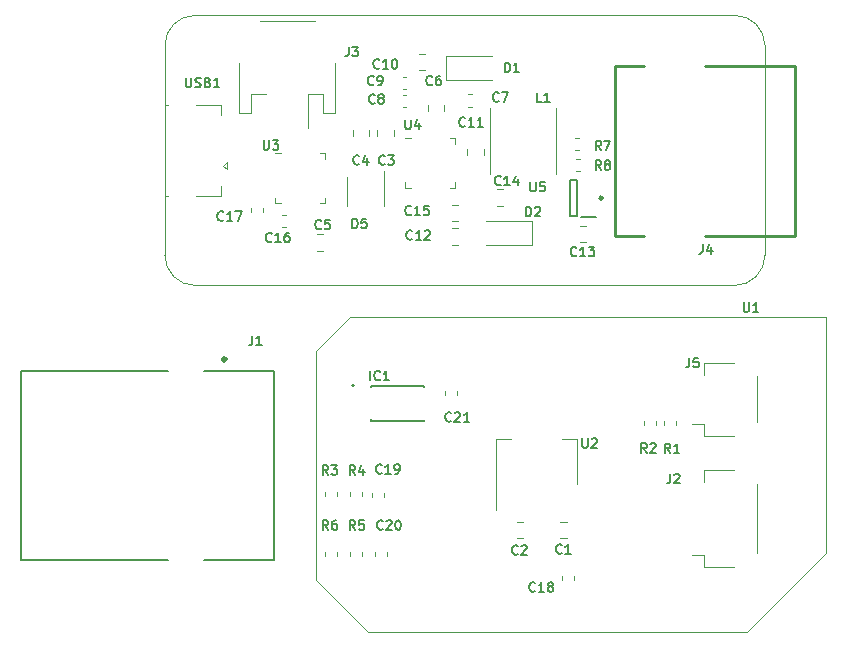
<source format=gto>
G04 #@! TF.GenerationSoftware,KiCad,Pcbnew,(5.1.5)-3*
G04 #@! TF.CreationDate,2020-04-21T19:07:54+10:00*
G04 #@! TF.ProjectId,Onion_Feather,4f6e696f-6e5f-4466-9561-746865722e6b,rev?*
G04 #@! TF.SameCoordinates,Original*
G04 #@! TF.FileFunction,Legend,Top*
G04 #@! TF.FilePolarity,Positive*
%FSLAX46Y46*%
G04 Gerber Fmt 4.6, Leading zero omitted, Abs format (unit mm)*
G04 Created by KiCad (PCBNEW (5.1.5)-3) date 2020-04-21 19:07:54*
%MOMM*%
%LPD*%
G04 APERTURE LIST*
%ADD10C,0.120000*%
%ADD11C,0.254000*%
%ADD12C,0.300000*%
%ADD13C,0.127000*%
%ADD14C,0.100000*%
%ADD15C,0.200000*%
G04 APERTURE END LIST*
D10*
X124090000Y-77287221D02*
X124090000Y-77612779D01*
X125110000Y-77287221D02*
X125110000Y-77612779D01*
X127062779Y-77840000D02*
X126737221Y-77840000D01*
X127062779Y-78860000D02*
X126737221Y-78860000D01*
X149974000Y-68786000D02*
X149974000Y-74374000D01*
X144386000Y-74374000D02*
X144386000Y-68786000D01*
X140650000Y-64400000D02*
X144550000Y-64400000D01*
X140650000Y-66400000D02*
X144550000Y-66400000D01*
X140650000Y-64400000D02*
X140650000Y-66400000D01*
X141141422Y-78410000D02*
X141658578Y-78410000D01*
X141141422Y-76990000D02*
X141658578Y-76990000D01*
X144941422Y-77110000D02*
X145458578Y-77110000D01*
X144941422Y-75690000D02*
X145458578Y-75690000D01*
X151981422Y-80180000D02*
X152498578Y-80180000D01*
X151981422Y-78760000D02*
X152498578Y-78760000D01*
X141141422Y-80410000D02*
X141658578Y-80410000D01*
X141141422Y-78990000D02*
X141658578Y-78990000D01*
X143845000Y-72778578D02*
X143845000Y-72261422D01*
X142425000Y-72778578D02*
X142425000Y-72261422D01*
X138341422Y-65610000D02*
X138858578Y-65610000D01*
X138341422Y-64190000D02*
X138858578Y-64190000D01*
X136967221Y-67160000D02*
X137292779Y-67160000D01*
X136967221Y-66140000D02*
X137292779Y-66140000D01*
X136967221Y-68760000D02*
X137292779Y-68760000D01*
X136967221Y-67740000D02*
X137292779Y-67740000D01*
X142847779Y-67660000D02*
X142522221Y-67660000D01*
X142847779Y-68680000D02*
X142522221Y-68680000D01*
X140510000Y-69058578D02*
X140510000Y-68541422D01*
X139090000Y-69058578D02*
X139090000Y-68541422D01*
X129681422Y-80890000D02*
X130198578Y-80890000D01*
X129681422Y-79470000D02*
X130198578Y-79470000D01*
X134160000Y-71198578D02*
X134160000Y-70681422D01*
X132740000Y-71198578D02*
X132740000Y-70681422D01*
X136230000Y-71158578D02*
X136230000Y-70641422D01*
X134810000Y-71158578D02*
X134810000Y-70641422D01*
X137675000Y-71335000D02*
X137200000Y-71335000D01*
X141420000Y-75555000D02*
X141420000Y-75080000D01*
X140945000Y-75555000D02*
X141420000Y-75555000D01*
X137200000Y-75555000D02*
X137200000Y-75080000D01*
X137675000Y-75555000D02*
X137200000Y-75555000D01*
X141420000Y-71335000D02*
X141420000Y-71810000D01*
X140945000Y-71335000D02*
X141420000Y-71335000D01*
X144880000Y-102858000D02*
X144880000Y-96848000D01*
X151700000Y-100608000D02*
X151700000Y-96848000D01*
X144880000Y-96848000D02*
X146140000Y-96848000D01*
X151700000Y-96848000D02*
X150440000Y-96848000D01*
X157390000Y-95337221D02*
X157390000Y-95662779D01*
X158410000Y-95337221D02*
X158410000Y-95662779D01*
X159090000Y-95337221D02*
X159090000Y-95662779D01*
X160110000Y-95337221D02*
X160110000Y-95662779D01*
X166959500Y-106508500D02*
X166959500Y-100628500D01*
X162489500Y-99458500D02*
X162489500Y-100508500D01*
X164989500Y-99458500D02*
X162489500Y-99458500D01*
X162489500Y-106628500D02*
X161499500Y-106628500D01*
X162489500Y-107678500D02*
X162489500Y-106628500D01*
X164989500Y-107678500D02*
X162489500Y-107678500D01*
X129530500Y-61403000D02*
X124850500Y-61403000D01*
X124150500Y-67623000D02*
X125430500Y-67623000D01*
X124150500Y-69223000D02*
X124150500Y-67623000D01*
X123130500Y-69223000D02*
X124150500Y-69223000D01*
X123130500Y-64973000D02*
X123130500Y-69223000D01*
X128950500Y-67623000D02*
X128950500Y-70513000D01*
X130230500Y-67623000D02*
X128950500Y-67623000D01*
X130230500Y-69223000D02*
X130230500Y-67623000D01*
X131250500Y-69223000D02*
X130230500Y-69223000D01*
X131250500Y-64973000D02*
X131250500Y-69223000D01*
X117100500Y-68520000D02*
X116850500Y-68520000D01*
X117100500Y-76260000D02*
X116850500Y-76260000D01*
X121570500Y-75390000D02*
X121570500Y-76260000D01*
X121570500Y-68520000D02*
X119500500Y-68520000D01*
X121570500Y-76260000D02*
X119500500Y-76260000D01*
X121570500Y-68520000D02*
X121570500Y-69390000D01*
X121800500Y-73690000D02*
X122100500Y-73390000D01*
X121800500Y-73690000D02*
X122100500Y-73990000D01*
X122100500Y-73390000D02*
X122100500Y-73990000D01*
D11*
X153911340Y-76435000D02*
G75*
G03X153911340Y-76435000I-143340J0D01*
G01*
X170180000Y-79629000D02*
X162550000Y-79629000D01*
X170180000Y-65229000D02*
X162550000Y-65229000D01*
X170180000Y-79629000D02*
X170180000Y-65229000D01*
X154920000Y-79629000D02*
X157398000Y-79629000D01*
X154920000Y-65229000D02*
X157398000Y-65229000D01*
X154920000Y-79629000D02*
X154920000Y-65229000D01*
D10*
X126665000Y-72640000D02*
X126190000Y-72640000D01*
X130410000Y-76860000D02*
X130410000Y-76385000D01*
X129935000Y-76860000D02*
X130410000Y-76860000D01*
X126190000Y-76860000D02*
X126190000Y-76385000D01*
X126665000Y-76860000D02*
X126190000Y-76860000D01*
X130410000Y-72640000D02*
X130410000Y-73115000D01*
X129935000Y-72640000D02*
X130410000Y-72640000D01*
X146619422Y-105234000D02*
X147136578Y-105234000D01*
X146619422Y-103814000D02*
X147136578Y-103814000D01*
X150843578Y-103814000D02*
X150326422Y-103814000D01*
X150843578Y-105234000D02*
X150326422Y-105234000D01*
X166959500Y-95412000D02*
X166959500Y-91532000D01*
X162489500Y-90362000D02*
X162489500Y-91412000D01*
X164989500Y-90362000D02*
X162489500Y-90362000D01*
X162489500Y-95532000D02*
X161499500Y-95532000D01*
X162489500Y-96582000D02*
X162489500Y-95532000D01*
X164989500Y-96582000D02*
X162489500Y-96582000D01*
D12*
X122020000Y-90060000D02*
G75*
G03X122020000Y-90060000I-150000J0D01*
G01*
D13*
X120170000Y-91060000D02*
X126050000Y-91060000D01*
X104650000Y-91060000D02*
X117070000Y-91060000D01*
X120170000Y-107060000D02*
X126050000Y-107060000D01*
X104650000Y-107060000D02*
X117070000Y-107060000D01*
X104650000Y-91060000D02*
X104650000Y-107060000D01*
X126050000Y-91060000D02*
X126050000Y-107060000D01*
D10*
X132550000Y-86505000D02*
X129675000Y-89380000D01*
X172825000Y-86505000D02*
X132550000Y-86505000D01*
X172825000Y-106480000D02*
X172825000Y-86505000D01*
X166150000Y-113155000D02*
X172825000Y-106480000D01*
X134050000Y-113155000D02*
X166150000Y-113155000D01*
X129675000Y-108780000D02*
X134050000Y-113155000D01*
X129675000Y-89380000D02*
X129675000Y-108780000D01*
D14*
X116840000Y-81280000D02*
G75*
G03X119380000Y-83820000I2540000J0D01*
G01*
X119380000Y-60960000D02*
G75*
G03X116840000Y-63500000I0J-2540000D01*
G01*
X167640000Y-63500000D02*
G75*
G03X165100000Y-60960000I-2540000J0D01*
G01*
X165100000Y-83820000D02*
G75*
G03X167640000Y-81280000I0J2540000D01*
G01*
X116840000Y-63500000D02*
X116840000Y-81280000D01*
X165100000Y-60960000D02*
X119380000Y-60960000D01*
X167640000Y-81280000D02*
X167640000Y-63500000D01*
X119380000Y-83820000D02*
X165100000Y-83820000D01*
D10*
X150490000Y-108762779D02*
X150490000Y-108437221D01*
X151510000Y-108762779D02*
X151510000Y-108437221D01*
X135410000Y-101762779D02*
X135410000Y-101437221D01*
X134390000Y-101762779D02*
X134390000Y-101437221D01*
X135610000Y-106437221D02*
X135610000Y-106762779D01*
X134590000Y-106437221D02*
X134590000Y-106762779D01*
X140542000Y-92742221D02*
X140542000Y-93067779D01*
X141562000Y-92742221D02*
X141562000Y-93067779D01*
D15*
X132880000Y-92300000D02*
G75*
G03X132880000Y-92300000I-100000J0D01*
G01*
D13*
X138800000Y-95300000D02*
X138800000Y-95200000D01*
X134300000Y-95300000D02*
X138800000Y-95300000D01*
X134300000Y-95100000D02*
X134300000Y-95300000D01*
X138800000Y-92300000D02*
X138800000Y-92400000D01*
X134300000Y-92300000D02*
X138800000Y-92300000D01*
X134300000Y-92400000D02*
X134300000Y-92300000D01*
D10*
X131410000Y-101662779D02*
X131410000Y-101337221D01*
X130390000Y-101662779D02*
X130390000Y-101337221D01*
X132490000Y-101662779D02*
X132490000Y-101337221D01*
X133510000Y-101662779D02*
X133510000Y-101337221D01*
X132490000Y-106437221D02*
X132490000Y-106762779D01*
X133510000Y-106437221D02*
X133510000Y-106762779D01*
X131410000Y-106437221D02*
X131410000Y-106762779D01*
X130390000Y-106437221D02*
X130390000Y-106762779D01*
X132250000Y-74673000D02*
X132250000Y-77073000D01*
X135350000Y-77073000D02*
X135350000Y-74123000D01*
X151597221Y-71380000D02*
X151922779Y-71380000D01*
X151597221Y-72400000D02*
X151922779Y-72400000D01*
X151637221Y-74140000D02*
X151962779Y-74140000D01*
X151637221Y-73120000D02*
X151962779Y-73120000D01*
D15*
X151705000Y-77930000D02*
X151155000Y-77930000D01*
X151155000Y-77930000D02*
X151155000Y-74930000D01*
X151155000Y-74930000D02*
X151705000Y-74930000D01*
X151705000Y-74930000D02*
X151705000Y-77930000D01*
X153305000Y-78030000D02*
X152055000Y-78030000D01*
D10*
X147950000Y-80400000D02*
X147950000Y-78400000D01*
X147950000Y-78400000D02*
X144050000Y-78400000D01*
X147950000Y-80400000D02*
X144050000Y-80400000D01*
D15*
X121785714Y-78285714D02*
X121747619Y-78323809D01*
X121633333Y-78361904D01*
X121557142Y-78361904D01*
X121442857Y-78323809D01*
X121366666Y-78247619D01*
X121328571Y-78171428D01*
X121290476Y-78019047D01*
X121290476Y-77904761D01*
X121328571Y-77752380D01*
X121366666Y-77676190D01*
X121442857Y-77600000D01*
X121557142Y-77561904D01*
X121633333Y-77561904D01*
X121747619Y-77600000D01*
X121785714Y-77638095D01*
X122547619Y-78361904D02*
X122090476Y-78361904D01*
X122319047Y-78361904D02*
X122319047Y-77561904D01*
X122242857Y-77676190D01*
X122166666Y-77752380D01*
X122090476Y-77790476D01*
X122814285Y-77561904D02*
X123347619Y-77561904D01*
X123004761Y-78361904D01*
X125885714Y-80085714D02*
X125847619Y-80123809D01*
X125733333Y-80161904D01*
X125657142Y-80161904D01*
X125542857Y-80123809D01*
X125466666Y-80047619D01*
X125428571Y-79971428D01*
X125390476Y-79819047D01*
X125390476Y-79704761D01*
X125428571Y-79552380D01*
X125466666Y-79476190D01*
X125542857Y-79400000D01*
X125657142Y-79361904D01*
X125733333Y-79361904D01*
X125847619Y-79400000D01*
X125885714Y-79438095D01*
X126647619Y-80161904D02*
X126190476Y-80161904D01*
X126419047Y-80161904D02*
X126419047Y-79361904D01*
X126342857Y-79476190D01*
X126266666Y-79552380D01*
X126190476Y-79590476D01*
X127333333Y-79361904D02*
X127180952Y-79361904D01*
X127104761Y-79400000D01*
X127066666Y-79438095D01*
X126990476Y-79552380D01*
X126952380Y-79704761D01*
X126952380Y-80009523D01*
X126990476Y-80085714D01*
X127028571Y-80123809D01*
X127104761Y-80161904D01*
X127257142Y-80161904D01*
X127333333Y-80123809D01*
X127371428Y-80085714D01*
X127409523Y-80009523D01*
X127409523Y-79819047D01*
X127371428Y-79742857D01*
X127333333Y-79704761D01*
X127257142Y-79666666D01*
X127104761Y-79666666D01*
X127028571Y-79704761D01*
X126990476Y-79742857D01*
X126952380Y-79819047D01*
X148736666Y-68311904D02*
X148355714Y-68311904D01*
X148355714Y-67511904D01*
X149422380Y-68311904D02*
X148965238Y-68311904D01*
X149193809Y-68311904D02*
X149193809Y-67511904D01*
X149117619Y-67626190D01*
X149041428Y-67702380D01*
X148965238Y-67740476D01*
X145609523Y-65761904D02*
X145609523Y-64961904D01*
X145800000Y-64961904D01*
X145914285Y-65000000D01*
X145990476Y-65076190D01*
X146028571Y-65152380D01*
X146066666Y-65304761D01*
X146066666Y-65419047D01*
X146028571Y-65571428D01*
X145990476Y-65647619D01*
X145914285Y-65723809D01*
X145800000Y-65761904D01*
X145609523Y-65761904D01*
X146828571Y-65761904D02*
X146371428Y-65761904D01*
X146600000Y-65761904D02*
X146600000Y-64961904D01*
X146523809Y-65076190D01*
X146447619Y-65152380D01*
X146371428Y-65190476D01*
X137685714Y-77785714D02*
X137647619Y-77823809D01*
X137533333Y-77861904D01*
X137457142Y-77861904D01*
X137342857Y-77823809D01*
X137266666Y-77747619D01*
X137228571Y-77671428D01*
X137190476Y-77519047D01*
X137190476Y-77404761D01*
X137228571Y-77252380D01*
X137266666Y-77176190D01*
X137342857Y-77100000D01*
X137457142Y-77061904D01*
X137533333Y-77061904D01*
X137647619Y-77100000D01*
X137685714Y-77138095D01*
X138447619Y-77861904D02*
X137990476Y-77861904D01*
X138219047Y-77861904D02*
X138219047Y-77061904D01*
X138142857Y-77176190D01*
X138066666Y-77252380D01*
X137990476Y-77290476D01*
X139171428Y-77061904D02*
X138790476Y-77061904D01*
X138752380Y-77442857D01*
X138790476Y-77404761D01*
X138866666Y-77366666D01*
X139057142Y-77366666D01*
X139133333Y-77404761D01*
X139171428Y-77442857D01*
X139209523Y-77519047D01*
X139209523Y-77709523D01*
X139171428Y-77785714D01*
X139133333Y-77823809D01*
X139057142Y-77861904D01*
X138866666Y-77861904D01*
X138790476Y-77823809D01*
X138752380Y-77785714D01*
X145285714Y-75285714D02*
X145247619Y-75323809D01*
X145133333Y-75361904D01*
X145057142Y-75361904D01*
X144942857Y-75323809D01*
X144866666Y-75247619D01*
X144828571Y-75171428D01*
X144790476Y-75019047D01*
X144790476Y-74904761D01*
X144828571Y-74752380D01*
X144866666Y-74676190D01*
X144942857Y-74600000D01*
X145057142Y-74561904D01*
X145133333Y-74561904D01*
X145247619Y-74600000D01*
X145285714Y-74638095D01*
X146047619Y-75361904D02*
X145590476Y-75361904D01*
X145819047Y-75361904D02*
X145819047Y-74561904D01*
X145742857Y-74676190D01*
X145666666Y-74752380D01*
X145590476Y-74790476D01*
X146733333Y-74828571D02*
X146733333Y-75361904D01*
X146542857Y-74523809D02*
X146352380Y-75095238D01*
X146847619Y-75095238D01*
X151685714Y-81285714D02*
X151647619Y-81323809D01*
X151533333Y-81361904D01*
X151457142Y-81361904D01*
X151342857Y-81323809D01*
X151266666Y-81247619D01*
X151228571Y-81171428D01*
X151190476Y-81019047D01*
X151190476Y-80904761D01*
X151228571Y-80752380D01*
X151266666Y-80676190D01*
X151342857Y-80600000D01*
X151457142Y-80561904D01*
X151533333Y-80561904D01*
X151647619Y-80600000D01*
X151685714Y-80638095D01*
X152447619Y-81361904D02*
X151990476Y-81361904D01*
X152219047Y-81361904D02*
X152219047Y-80561904D01*
X152142857Y-80676190D01*
X152066666Y-80752380D01*
X151990476Y-80790476D01*
X152714285Y-80561904D02*
X153209523Y-80561904D01*
X152942857Y-80866666D01*
X153057142Y-80866666D01*
X153133333Y-80904761D01*
X153171428Y-80942857D01*
X153209523Y-81019047D01*
X153209523Y-81209523D01*
X153171428Y-81285714D01*
X153133333Y-81323809D01*
X153057142Y-81361904D01*
X152828571Y-81361904D01*
X152752380Y-81323809D01*
X152714285Y-81285714D01*
X137785714Y-79885714D02*
X137747619Y-79923809D01*
X137633333Y-79961904D01*
X137557142Y-79961904D01*
X137442857Y-79923809D01*
X137366666Y-79847619D01*
X137328571Y-79771428D01*
X137290476Y-79619047D01*
X137290476Y-79504761D01*
X137328571Y-79352380D01*
X137366666Y-79276190D01*
X137442857Y-79200000D01*
X137557142Y-79161904D01*
X137633333Y-79161904D01*
X137747619Y-79200000D01*
X137785714Y-79238095D01*
X138547619Y-79961904D02*
X138090476Y-79961904D01*
X138319047Y-79961904D02*
X138319047Y-79161904D01*
X138242857Y-79276190D01*
X138166666Y-79352380D01*
X138090476Y-79390476D01*
X138852380Y-79238095D02*
X138890476Y-79200000D01*
X138966666Y-79161904D01*
X139157142Y-79161904D01*
X139233333Y-79200000D01*
X139271428Y-79238095D01*
X139309523Y-79314285D01*
X139309523Y-79390476D01*
X139271428Y-79504761D01*
X138814285Y-79961904D01*
X139309523Y-79961904D01*
X142255714Y-70325714D02*
X142217619Y-70363809D01*
X142103333Y-70401904D01*
X142027142Y-70401904D01*
X141912857Y-70363809D01*
X141836666Y-70287619D01*
X141798571Y-70211428D01*
X141760476Y-70059047D01*
X141760476Y-69944761D01*
X141798571Y-69792380D01*
X141836666Y-69716190D01*
X141912857Y-69640000D01*
X142027142Y-69601904D01*
X142103333Y-69601904D01*
X142217619Y-69640000D01*
X142255714Y-69678095D01*
X143017619Y-70401904D02*
X142560476Y-70401904D01*
X142789047Y-70401904D02*
X142789047Y-69601904D01*
X142712857Y-69716190D01*
X142636666Y-69792380D01*
X142560476Y-69830476D01*
X143779523Y-70401904D02*
X143322380Y-70401904D01*
X143550952Y-70401904D02*
X143550952Y-69601904D01*
X143474761Y-69716190D01*
X143398571Y-69792380D01*
X143322380Y-69830476D01*
X134995714Y-65385714D02*
X134957619Y-65423809D01*
X134843333Y-65461904D01*
X134767142Y-65461904D01*
X134652857Y-65423809D01*
X134576666Y-65347619D01*
X134538571Y-65271428D01*
X134500476Y-65119047D01*
X134500476Y-65004761D01*
X134538571Y-64852380D01*
X134576666Y-64776190D01*
X134652857Y-64700000D01*
X134767142Y-64661904D01*
X134843333Y-64661904D01*
X134957619Y-64700000D01*
X134995714Y-64738095D01*
X135757619Y-65461904D02*
X135300476Y-65461904D01*
X135529047Y-65461904D02*
X135529047Y-64661904D01*
X135452857Y-64776190D01*
X135376666Y-64852380D01*
X135300476Y-64890476D01*
X136252857Y-64661904D02*
X136329047Y-64661904D01*
X136405238Y-64700000D01*
X136443333Y-64738095D01*
X136481428Y-64814285D01*
X136519523Y-64966666D01*
X136519523Y-65157142D01*
X136481428Y-65309523D01*
X136443333Y-65385714D01*
X136405238Y-65423809D01*
X136329047Y-65461904D01*
X136252857Y-65461904D01*
X136176666Y-65423809D01*
X136138571Y-65385714D01*
X136100476Y-65309523D01*
X136062380Y-65157142D01*
X136062380Y-64966666D01*
X136100476Y-64814285D01*
X136138571Y-64738095D01*
X136176666Y-64700000D01*
X136252857Y-64661904D01*
X134521666Y-66785714D02*
X134483571Y-66823809D01*
X134369285Y-66861904D01*
X134293095Y-66861904D01*
X134178809Y-66823809D01*
X134102619Y-66747619D01*
X134064523Y-66671428D01*
X134026428Y-66519047D01*
X134026428Y-66404761D01*
X134064523Y-66252380D01*
X134102619Y-66176190D01*
X134178809Y-66100000D01*
X134293095Y-66061904D01*
X134369285Y-66061904D01*
X134483571Y-66100000D01*
X134521666Y-66138095D01*
X134902619Y-66861904D02*
X135055000Y-66861904D01*
X135131190Y-66823809D01*
X135169285Y-66785714D01*
X135245476Y-66671428D01*
X135283571Y-66519047D01*
X135283571Y-66214285D01*
X135245476Y-66138095D01*
X135207380Y-66100000D01*
X135131190Y-66061904D01*
X134978809Y-66061904D01*
X134902619Y-66100000D01*
X134864523Y-66138095D01*
X134826428Y-66214285D01*
X134826428Y-66404761D01*
X134864523Y-66480952D01*
X134902619Y-66519047D01*
X134978809Y-66557142D01*
X135131190Y-66557142D01*
X135207380Y-66519047D01*
X135245476Y-66480952D01*
X135283571Y-66404761D01*
X134596666Y-68365714D02*
X134558571Y-68403809D01*
X134444285Y-68441904D01*
X134368095Y-68441904D01*
X134253809Y-68403809D01*
X134177619Y-68327619D01*
X134139523Y-68251428D01*
X134101428Y-68099047D01*
X134101428Y-67984761D01*
X134139523Y-67832380D01*
X134177619Y-67756190D01*
X134253809Y-67680000D01*
X134368095Y-67641904D01*
X134444285Y-67641904D01*
X134558571Y-67680000D01*
X134596666Y-67718095D01*
X135053809Y-67984761D02*
X134977619Y-67946666D01*
X134939523Y-67908571D01*
X134901428Y-67832380D01*
X134901428Y-67794285D01*
X134939523Y-67718095D01*
X134977619Y-67680000D01*
X135053809Y-67641904D01*
X135206190Y-67641904D01*
X135282380Y-67680000D01*
X135320476Y-67718095D01*
X135358571Y-67794285D01*
X135358571Y-67832380D01*
X135320476Y-67908571D01*
X135282380Y-67946666D01*
X135206190Y-67984761D01*
X135053809Y-67984761D01*
X134977619Y-68022857D01*
X134939523Y-68060952D01*
X134901428Y-68137142D01*
X134901428Y-68289523D01*
X134939523Y-68365714D01*
X134977619Y-68403809D01*
X135053809Y-68441904D01*
X135206190Y-68441904D01*
X135282380Y-68403809D01*
X135320476Y-68365714D01*
X135358571Y-68289523D01*
X135358571Y-68137142D01*
X135320476Y-68060952D01*
X135282380Y-68022857D01*
X135206190Y-67984761D01*
X145086666Y-68195714D02*
X145048571Y-68233809D01*
X144934285Y-68271904D01*
X144858095Y-68271904D01*
X144743809Y-68233809D01*
X144667619Y-68157619D01*
X144629523Y-68081428D01*
X144591428Y-67929047D01*
X144591428Y-67814761D01*
X144629523Y-67662380D01*
X144667619Y-67586190D01*
X144743809Y-67510000D01*
X144858095Y-67471904D01*
X144934285Y-67471904D01*
X145048571Y-67510000D01*
X145086666Y-67548095D01*
X145353333Y-67471904D02*
X145886666Y-67471904D01*
X145543809Y-68271904D01*
X139466666Y-66785714D02*
X139428571Y-66823809D01*
X139314285Y-66861904D01*
X139238095Y-66861904D01*
X139123809Y-66823809D01*
X139047619Y-66747619D01*
X139009523Y-66671428D01*
X138971428Y-66519047D01*
X138971428Y-66404761D01*
X139009523Y-66252380D01*
X139047619Y-66176190D01*
X139123809Y-66100000D01*
X139238095Y-66061904D01*
X139314285Y-66061904D01*
X139428571Y-66100000D01*
X139466666Y-66138095D01*
X140152380Y-66061904D02*
X140000000Y-66061904D01*
X139923809Y-66100000D01*
X139885714Y-66138095D01*
X139809523Y-66252380D01*
X139771428Y-66404761D01*
X139771428Y-66709523D01*
X139809523Y-66785714D01*
X139847619Y-66823809D01*
X139923809Y-66861904D01*
X140076190Y-66861904D01*
X140152380Y-66823809D01*
X140190476Y-66785714D01*
X140228571Y-66709523D01*
X140228571Y-66519047D01*
X140190476Y-66442857D01*
X140152380Y-66404761D01*
X140076190Y-66366666D01*
X139923809Y-66366666D01*
X139847619Y-66404761D01*
X139809523Y-66442857D01*
X139771428Y-66519047D01*
X130066666Y-78985714D02*
X130028571Y-79023809D01*
X129914285Y-79061904D01*
X129838095Y-79061904D01*
X129723809Y-79023809D01*
X129647619Y-78947619D01*
X129609523Y-78871428D01*
X129571428Y-78719047D01*
X129571428Y-78604761D01*
X129609523Y-78452380D01*
X129647619Y-78376190D01*
X129723809Y-78300000D01*
X129838095Y-78261904D01*
X129914285Y-78261904D01*
X130028571Y-78300000D01*
X130066666Y-78338095D01*
X130790476Y-78261904D02*
X130409523Y-78261904D01*
X130371428Y-78642857D01*
X130409523Y-78604761D01*
X130485714Y-78566666D01*
X130676190Y-78566666D01*
X130752380Y-78604761D01*
X130790476Y-78642857D01*
X130828571Y-78719047D01*
X130828571Y-78909523D01*
X130790476Y-78985714D01*
X130752380Y-79023809D01*
X130676190Y-79061904D01*
X130485714Y-79061904D01*
X130409523Y-79023809D01*
X130371428Y-78985714D01*
X133291666Y-73525714D02*
X133253571Y-73563809D01*
X133139285Y-73601904D01*
X133063095Y-73601904D01*
X132948809Y-73563809D01*
X132872619Y-73487619D01*
X132834523Y-73411428D01*
X132796428Y-73259047D01*
X132796428Y-73144761D01*
X132834523Y-72992380D01*
X132872619Y-72916190D01*
X132948809Y-72840000D01*
X133063095Y-72801904D01*
X133139285Y-72801904D01*
X133253571Y-72840000D01*
X133291666Y-72878095D01*
X133977380Y-73068571D02*
X133977380Y-73601904D01*
X133786904Y-72763809D02*
X133596428Y-73335238D01*
X134091666Y-73335238D01*
X135461666Y-73535714D02*
X135423571Y-73573809D01*
X135309285Y-73611904D01*
X135233095Y-73611904D01*
X135118809Y-73573809D01*
X135042619Y-73497619D01*
X135004523Y-73421428D01*
X134966428Y-73269047D01*
X134966428Y-73154761D01*
X135004523Y-73002380D01*
X135042619Y-72926190D01*
X135118809Y-72850000D01*
X135233095Y-72811904D01*
X135309285Y-72811904D01*
X135423571Y-72850000D01*
X135461666Y-72888095D01*
X135728333Y-72811904D02*
X136223571Y-72811904D01*
X135956904Y-73116666D01*
X136071190Y-73116666D01*
X136147380Y-73154761D01*
X136185476Y-73192857D01*
X136223571Y-73269047D01*
X136223571Y-73459523D01*
X136185476Y-73535714D01*
X136147380Y-73573809D01*
X136071190Y-73611904D01*
X135842619Y-73611904D01*
X135766428Y-73573809D01*
X135728333Y-73535714D01*
X137200476Y-69791904D02*
X137200476Y-70439523D01*
X137238571Y-70515714D01*
X137276666Y-70553809D01*
X137352857Y-70591904D01*
X137505238Y-70591904D01*
X137581428Y-70553809D01*
X137619523Y-70515714D01*
X137657619Y-70439523D01*
X137657619Y-69791904D01*
X138381428Y-70058571D02*
X138381428Y-70591904D01*
X138190952Y-69753809D02*
X138000476Y-70325238D01*
X138495714Y-70325238D01*
X152170476Y-96764904D02*
X152170476Y-97412523D01*
X152208571Y-97488714D01*
X152246666Y-97526809D01*
X152322857Y-97564904D01*
X152475238Y-97564904D01*
X152551428Y-97526809D01*
X152589523Y-97488714D01*
X152627619Y-97412523D01*
X152627619Y-96764904D01*
X152970476Y-96841095D02*
X153008571Y-96803000D01*
X153084761Y-96764904D01*
X153275238Y-96764904D01*
X153351428Y-96803000D01*
X153389523Y-96841095D01*
X153427619Y-96917285D01*
X153427619Y-96993476D01*
X153389523Y-97107761D01*
X152932380Y-97564904D01*
X153427619Y-97564904D01*
X157616666Y-98001904D02*
X157350000Y-97620952D01*
X157159523Y-98001904D02*
X157159523Y-97201904D01*
X157464285Y-97201904D01*
X157540476Y-97240000D01*
X157578571Y-97278095D01*
X157616666Y-97354285D01*
X157616666Y-97468571D01*
X157578571Y-97544761D01*
X157540476Y-97582857D01*
X157464285Y-97620952D01*
X157159523Y-97620952D01*
X157921428Y-97278095D02*
X157959523Y-97240000D01*
X158035714Y-97201904D01*
X158226190Y-97201904D01*
X158302380Y-97240000D01*
X158340476Y-97278095D01*
X158378571Y-97354285D01*
X158378571Y-97430476D01*
X158340476Y-97544761D01*
X157883333Y-98001904D01*
X158378571Y-98001904D01*
X159626666Y-98011904D02*
X159360000Y-97630952D01*
X159169523Y-98011904D02*
X159169523Y-97211904D01*
X159474285Y-97211904D01*
X159550476Y-97250000D01*
X159588571Y-97288095D01*
X159626666Y-97364285D01*
X159626666Y-97478571D01*
X159588571Y-97554761D01*
X159550476Y-97592857D01*
X159474285Y-97630952D01*
X159169523Y-97630952D01*
X160388571Y-98011904D02*
X159931428Y-98011904D01*
X160160000Y-98011904D02*
X160160000Y-97211904D01*
X160083809Y-97326190D01*
X160007619Y-97402380D01*
X159931428Y-97440476D01*
X159633333Y-99761904D02*
X159633333Y-100333333D01*
X159595238Y-100447619D01*
X159519047Y-100523809D01*
X159404761Y-100561904D01*
X159328571Y-100561904D01*
X159976190Y-99838095D02*
X160014285Y-99800000D01*
X160090476Y-99761904D01*
X160280952Y-99761904D01*
X160357142Y-99800000D01*
X160395238Y-99838095D01*
X160433333Y-99914285D01*
X160433333Y-99990476D01*
X160395238Y-100104761D01*
X159938095Y-100561904D01*
X160433333Y-100561904D01*
X132413333Y-63631904D02*
X132413333Y-64203333D01*
X132375238Y-64317619D01*
X132299047Y-64393809D01*
X132184761Y-64431904D01*
X132108571Y-64431904D01*
X132718095Y-63631904D02*
X133213333Y-63631904D01*
X132946666Y-63936666D01*
X133060952Y-63936666D01*
X133137142Y-63974761D01*
X133175238Y-64012857D01*
X133213333Y-64089047D01*
X133213333Y-64279523D01*
X133175238Y-64355714D01*
X133137142Y-64393809D01*
X133060952Y-64431904D01*
X132832380Y-64431904D01*
X132756190Y-64393809D01*
X132718095Y-64355714D01*
X118624523Y-66236904D02*
X118624523Y-66884523D01*
X118662619Y-66960714D01*
X118700714Y-66998809D01*
X118776904Y-67036904D01*
X118929285Y-67036904D01*
X119005476Y-66998809D01*
X119043571Y-66960714D01*
X119081666Y-66884523D01*
X119081666Y-66236904D01*
X119424523Y-66998809D02*
X119538809Y-67036904D01*
X119729285Y-67036904D01*
X119805476Y-66998809D01*
X119843571Y-66960714D01*
X119881666Y-66884523D01*
X119881666Y-66808333D01*
X119843571Y-66732142D01*
X119805476Y-66694047D01*
X119729285Y-66655952D01*
X119576904Y-66617857D01*
X119500714Y-66579761D01*
X119462619Y-66541666D01*
X119424523Y-66465476D01*
X119424523Y-66389285D01*
X119462619Y-66313095D01*
X119500714Y-66275000D01*
X119576904Y-66236904D01*
X119767380Y-66236904D01*
X119881666Y-66275000D01*
X120491190Y-66617857D02*
X120605476Y-66655952D01*
X120643571Y-66694047D01*
X120681666Y-66770238D01*
X120681666Y-66884523D01*
X120643571Y-66960714D01*
X120605476Y-66998809D01*
X120529285Y-67036904D01*
X120224523Y-67036904D01*
X120224523Y-66236904D01*
X120491190Y-66236904D01*
X120567380Y-66275000D01*
X120605476Y-66313095D01*
X120643571Y-66389285D01*
X120643571Y-66465476D01*
X120605476Y-66541666D01*
X120567380Y-66579761D01*
X120491190Y-66617857D01*
X120224523Y-66617857D01*
X121443571Y-67036904D02*
X120986428Y-67036904D01*
X121215000Y-67036904D02*
X121215000Y-66236904D01*
X121138809Y-66351190D01*
X121062619Y-66427380D01*
X120986428Y-66465476D01*
X162383333Y-80336904D02*
X162383333Y-80908333D01*
X162345238Y-81022619D01*
X162269047Y-81098809D01*
X162154761Y-81136904D01*
X162078571Y-81136904D01*
X163107142Y-80603571D02*
X163107142Y-81136904D01*
X162916666Y-80298809D02*
X162726190Y-80870238D01*
X163221428Y-80870238D01*
X125190476Y-71536904D02*
X125190476Y-72184523D01*
X125228571Y-72260714D01*
X125266666Y-72298809D01*
X125342857Y-72336904D01*
X125495238Y-72336904D01*
X125571428Y-72298809D01*
X125609523Y-72260714D01*
X125647619Y-72184523D01*
X125647619Y-71536904D01*
X125952380Y-71536904D02*
X126447619Y-71536904D01*
X126180952Y-71841666D01*
X126295238Y-71841666D01*
X126371428Y-71879761D01*
X126409523Y-71917857D01*
X126447619Y-71994047D01*
X126447619Y-72184523D01*
X126409523Y-72260714D01*
X126371428Y-72298809D01*
X126295238Y-72336904D01*
X126066666Y-72336904D01*
X125990476Y-72298809D01*
X125952380Y-72260714D01*
X146715666Y-106545714D02*
X146677571Y-106583809D01*
X146563285Y-106621904D01*
X146487095Y-106621904D01*
X146372809Y-106583809D01*
X146296619Y-106507619D01*
X146258523Y-106431428D01*
X146220428Y-106279047D01*
X146220428Y-106164761D01*
X146258523Y-106012380D01*
X146296619Y-105936190D01*
X146372809Y-105860000D01*
X146487095Y-105821904D01*
X146563285Y-105821904D01*
X146677571Y-105860000D01*
X146715666Y-105898095D01*
X147020428Y-105898095D02*
X147058523Y-105860000D01*
X147134714Y-105821904D01*
X147325190Y-105821904D01*
X147401380Y-105860000D01*
X147439476Y-105898095D01*
X147477571Y-105974285D01*
X147477571Y-106050476D01*
X147439476Y-106164761D01*
X146982333Y-106621904D01*
X147477571Y-106621904D01*
X150451666Y-106459714D02*
X150413571Y-106497809D01*
X150299285Y-106535904D01*
X150223095Y-106535904D01*
X150108809Y-106497809D01*
X150032619Y-106421619D01*
X149994523Y-106345428D01*
X149956428Y-106193047D01*
X149956428Y-106078761D01*
X149994523Y-105926380D01*
X150032619Y-105850190D01*
X150108809Y-105774000D01*
X150223095Y-105735904D01*
X150299285Y-105735904D01*
X150413571Y-105774000D01*
X150451666Y-105812095D01*
X151213571Y-106535904D02*
X150756428Y-106535904D01*
X150985000Y-106535904D02*
X150985000Y-105735904D01*
X150908809Y-105850190D01*
X150832619Y-105926380D01*
X150756428Y-105964476D01*
X161233333Y-89961904D02*
X161233333Y-90533333D01*
X161195238Y-90647619D01*
X161119047Y-90723809D01*
X161004761Y-90761904D01*
X160928571Y-90761904D01*
X161995238Y-89961904D02*
X161614285Y-89961904D01*
X161576190Y-90342857D01*
X161614285Y-90304761D01*
X161690476Y-90266666D01*
X161880952Y-90266666D01*
X161957142Y-90304761D01*
X161995238Y-90342857D01*
X162033333Y-90419047D01*
X162033333Y-90609523D01*
X161995238Y-90685714D01*
X161957142Y-90723809D01*
X161880952Y-90761904D01*
X161690476Y-90761904D01*
X161614285Y-90723809D01*
X161576190Y-90685714D01*
X124242333Y-88067904D02*
X124242333Y-88639333D01*
X124204238Y-88753619D01*
X124128047Y-88829809D01*
X124013761Y-88867904D01*
X123937571Y-88867904D01*
X125042333Y-88867904D02*
X124585190Y-88867904D01*
X124813761Y-88867904D02*
X124813761Y-88067904D01*
X124737571Y-88182190D01*
X124661380Y-88258380D01*
X124585190Y-88296476D01*
X165838476Y-85264904D02*
X165838476Y-85912523D01*
X165876571Y-85988714D01*
X165914666Y-86026809D01*
X165990857Y-86064904D01*
X166143238Y-86064904D01*
X166219428Y-86026809D01*
X166257523Y-85988714D01*
X166295619Y-85912523D01*
X166295619Y-85264904D01*
X167095619Y-86064904D02*
X166638476Y-86064904D01*
X166867047Y-86064904D02*
X166867047Y-85264904D01*
X166790857Y-85379190D01*
X166714666Y-85455380D01*
X166638476Y-85493476D01*
X148185714Y-109685714D02*
X148147619Y-109723809D01*
X148033333Y-109761904D01*
X147957142Y-109761904D01*
X147842857Y-109723809D01*
X147766666Y-109647619D01*
X147728571Y-109571428D01*
X147690476Y-109419047D01*
X147690476Y-109304761D01*
X147728571Y-109152380D01*
X147766666Y-109076190D01*
X147842857Y-109000000D01*
X147957142Y-108961904D01*
X148033333Y-108961904D01*
X148147619Y-109000000D01*
X148185714Y-109038095D01*
X148947619Y-109761904D02*
X148490476Y-109761904D01*
X148719047Y-109761904D02*
X148719047Y-108961904D01*
X148642857Y-109076190D01*
X148566666Y-109152380D01*
X148490476Y-109190476D01*
X149404761Y-109304761D02*
X149328571Y-109266666D01*
X149290476Y-109228571D01*
X149252380Y-109152380D01*
X149252380Y-109114285D01*
X149290476Y-109038095D01*
X149328571Y-109000000D01*
X149404761Y-108961904D01*
X149557142Y-108961904D01*
X149633333Y-109000000D01*
X149671428Y-109038095D01*
X149709523Y-109114285D01*
X149709523Y-109152380D01*
X149671428Y-109228571D01*
X149633333Y-109266666D01*
X149557142Y-109304761D01*
X149404761Y-109304761D01*
X149328571Y-109342857D01*
X149290476Y-109380952D01*
X149252380Y-109457142D01*
X149252380Y-109609523D01*
X149290476Y-109685714D01*
X149328571Y-109723809D01*
X149404761Y-109761904D01*
X149557142Y-109761904D01*
X149633333Y-109723809D01*
X149671428Y-109685714D01*
X149709523Y-109609523D01*
X149709523Y-109457142D01*
X149671428Y-109380952D01*
X149633333Y-109342857D01*
X149557142Y-109304761D01*
X135185714Y-99685714D02*
X135147619Y-99723809D01*
X135033333Y-99761904D01*
X134957142Y-99761904D01*
X134842857Y-99723809D01*
X134766666Y-99647619D01*
X134728571Y-99571428D01*
X134690476Y-99419047D01*
X134690476Y-99304761D01*
X134728571Y-99152380D01*
X134766666Y-99076190D01*
X134842857Y-99000000D01*
X134957142Y-98961904D01*
X135033333Y-98961904D01*
X135147619Y-99000000D01*
X135185714Y-99038095D01*
X135947619Y-99761904D02*
X135490476Y-99761904D01*
X135719047Y-99761904D02*
X135719047Y-98961904D01*
X135642857Y-99076190D01*
X135566666Y-99152380D01*
X135490476Y-99190476D01*
X136328571Y-99761904D02*
X136480952Y-99761904D01*
X136557142Y-99723809D01*
X136595238Y-99685714D01*
X136671428Y-99571428D01*
X136709523Y-99419047D01*
X136709523Y-99114285D01*
X136671428Y-99038095D01*
X136633333Y-99000000D01*
X136557142Y-98961904D01*
X136404761Y-98961904D01*
X136328571Y-99000000D01*
X136290476Y-99038095D01*
X136252380Y-99114285D01*
X136252380Y-99304761D01*
X136290476Y-99380952D01*
X136328571Y-99419047D01*
X136404761Y-99457142D01*
X136557142Y-99457142D01*
X136633333Y-99419047D01*
X136671428Y-99380952D01*
X136709523Y-99304761D01*
X135285714Y-104425714D02*
X135247619Y-104463809D01*
X135133333Y-104501904D01*
X135057142Y-104501904D01*
X134942857Y-104463809D01*
X134866666Y-104387619D01*
X134828571Y-104311428D01*
X134790476Y-104159047D01*
X134790476Y-104044761D01*
X134828571Y-103892380D01*
X134866666Y-103816190D01*
X134942857Y-103740000D01*
X135057142Y-103701904D01*
X135133333Y-103701904D01*
X135247619Y-103740000D01*
X135285714Y-103778095D01*
X135590476Y-103778095D02*
X135628571Y-103740000D01*
X135704761Y-103701904D01*
X135895238Y-103701904D01*
X135971428Y-103740000D01*
X136009523Y-103778095D01*
X136047619Y-103854285D01*
X136047619Y-103930476D01*
X136009523Y-104044761D01*
X135552380Y-104501904D01*
X136047619Y-104501904D01*
X136542857Y-103701904D02*
X136619047Y-103701904D01*
X136695238Y-103740000D01*
X136733333Y-103778095D01*
X136771428Y-103854285D01*
X136809523Y-104006666D01*
X136809523Y-104197142D01*
X136771428Y-104349523D01*
X136733333Y-104425714D01*
X136695238Y-104463809D01*
X136619047Y-104501904D01*
X136542857Y-104501904D01*
X136466666Y-104463809D01*
X136428571Y-104425714D01*
X136390476Y-104349523D01*
X136352380Y-104197142D01*
X136352380Y-104006666D01*
X136390476Y-103854285D01*
X136428571Y-103778095D01*
X136466666Y-103740000D01*
X136542857Y-103701904D01*
X141085714Y-95285714D02*
X141047619Y-95323809D01*
X140933333Y-95361904D01*
X140857142Y-95361904D01*
X140742857Y-95323809D01*
X140666666Y-95247619D01*
X140628571Y-95171428D01*
X140590476Y-95019047D01*
X140590476Y-94904761D01*
X140628571Y-94752380D01*
X140666666Y-94676190D01*
X140742857Y-94600000D01*
X140857142Y-94561904D01*
X140933333Y-94561904D01*
X141047619Y-94600000D01*
X141085714Y-94638095D01*
X141390476Y-94638095D02*
X141428571Y-94600000D01*
X141504761Y-94561904D01*
X141695238Y-94561904D01*
X141771428Y-94600000D01*
X141809523Y-94638095D01*
X141847619Y-94714285D01*
X141847619Y-94790476D01*
X141809523Y-94904761D01*
X141352380Y-95361904D01*
X141847619Y-95361904D01*
X142609523Y-95361904D02*
X142152380Y-95361904D01*
X142380952Y-95361904D02*
X142380952Y-94561904D01*
X142304761Y-94676190D01*
X142228571Y-94752380D01*
X142152380Y-94790476D01*
X134219047Y-91861904D02*
X134219047Y-91061904D01*
X135057142Y-91785714D02*
X135019047Y-91823809D01*
X134904761Y-91861904D01*
X134828571Y-91861904D01*
X134714285Y-91823809D01*
X134638095Y-91747619D01*
X134600000Y-91671428D01*
X134561904Y-91519047D01*
X134561904Y-91404761D01*
X134600000Y-91252380D01*
X134638095Y-91176190D01*
X134714285Y-91100000D01*
X134828571Y-91061904D01*
X134904761Y-91061904D01*
X135019047Y-91100000D01*
X135057142Y-91138095D01*
X135819047Y-91861904D02*
X135361904Y-91861904D01*
X135590476Y-91861904D02*
X135590476Y-91061904D01*
X135514285Y-91176190D01*
X135438095Y-91252380D01*
X135361904Y-91290476D01*
X130666666Y-99861904D02*
X130400000Y-99480952D01*
X130209523Y-99861904D02*
X130209523Y-99061904D01*
X130514285Y-99061904D01*
X130590476Y-99100000D01*
X130628571Y-99138095D01*
X130666666Y-99214285D01*
X130666666Y-99328571D01*
X130628571Y-99404761D01*
X130590476Y-99442857D01*
X130514285Y-99480952D01*
X130209523Y-99480952D01*
X130933333Y-99061904D02*
X131428571Y-99061904D01*
X131161904Y-99366666D01*
X131276190Y-99366666D01*
X131352380Y-99404761D01*
X131390476Y-99442857D01*
X131428571Y-99519047D01*
X131428571Y-99709523D01*
X131390476Y-99785714D01*
X131352380Y-99823809D01*
X131276190Y-99861904D01*
X131047619Y-99861904D01*
X130971428Y-99823809D01*
X130933333Y-99785714D01*
X132966666Y-99861904D02*
X132700000Y-99480952D01*
X132509523Y-99861904D02*
X132509523Y-99061904D01*
X132814285Y-99061904D01*
X132890476Y-99100000D01*
X132928571Y-99138095D01*
X132966666Y-99214285D01*
X132966666Y-99328571D01*
X132928571Y-99404761D01*
X132890476Y-99442857D01*
X132814285Y-99480952D01*
X132509523Y-99480952D01*
X133652380Y-99328571D02*
X133652380Y-99861904D01*
X133461904Y-99023809D02*
X133271428Y-99595238D01*
X133766666Y-99595238D01*
X132966666Y-104501904D02*
X132700000Y-104120952D01*
X132509523Y-104501904D02*
X132509523Y-103701904D01*
X132814285Y-103701904D01*
X132890476Y-103740000D01*
X132928571Y-103778095D01*
X132966666Y-103854285D01*
X132966666Y-103968571D01*
X132928571Y-104044761D01*
X132890476Y-104082857D01*
X132814285Y-104120952D01*
X132509523Y-104120952D01*
X133690476Y-103701904D02*
X133309523Y-103701904D01*
X133271428Y-104082857D01*
X133309523Y-104044761D01*
X133385714Y-104006666D01*
X133576190Y-104006666D01*
X133652380Y-104044761D01*
X133690476Y-104082857D01*
X133728571Y-104159047D01*
X133728571Y-104349523D01*
X133690476Y-104425714D01*
X133652380Y-104463809D01*
X133576190Y-104501904D01*
X133385714Y-104501904D01*
X133309523Y-104463809D01*
X133271428Y-104425714D01*
X130676666Y-104501904D02*
X130410000Y-104120952D01*
X130219523Y-104501904D02*
X130219523Y-103701904D01*
X130524285Y-103701904D01*
X130600476Y-103740000D01*
X130638571Y-103778095D01*
X130676666Y-103854285D01*
X130676666Y-103968571D01*
X130638571Y-104044761D01*
X130600476Y-104082857D01*
X130524285Y-104120952D01*
X130219523Y-104120952D01*
X131362380Y-103701904D02*
X131210000Y-103701904D01*
X131133809Y-103740000D01*
X131095714Y-103778095D01*
X131019523Y-103892380D01*
X130981428Y-104044761D01*
X130981428Y-104349523D01*
X131019523Y-104425714D01*
X131057619Y-104463809D01*
X131133809Y-104501904D01*
X131286190Y-104501904D01*
X131362380Y-104463809D01*
X131400476Y-104425714D01*
X131438571Y-104349523D01*
X131438571Y-104159047D01*
X131400476Y-104082857D01*
X131362380Y-104044761D01*
X131286190Y-104006666D01*
X131133809Y-104006666D01*
X131057619Y-104044761D01*
X131019523Y-104082857D01*
X130981428Y-104159047D01*
X132709523Y-78961904D02*
X132709523Y-78161904D01*
X132900000Y-78161904D01*
X133014285Y-78200000D01*
X133090476Y-78276190D01*
X133128571Y-78352380D01*
X133166666Y-78504761D01*
X133166666Y-78619047D01*
X133128571Y-78771428D01*
X133090476Y-78847619D01*
X133014285Y-78923809D01*
X132900000Y-78961904D01*
X132709523Y-78961904D01*
X133890476Y-78161904D02*
X133509523Y-78161904D01*
X133471428Y-78542857D01*
X133509523Y-78504761D01*
X133585714Y-78466666D01*
X133776190Y-78466666D01*
X133852380Y-78504761D01*
X133890476Y-78542857D01*
X133928571Y-78619047D01*
X133928571Y-78809523D01*
X133890476Y-78885714D01*
X133852380Y-78923809D01*
X133776190Y-78961904D01*
X133585714Y-78961904D01*
X133509523Y-78923809D01*
X133471428Y-78885714D01*
X153766666Y-72361904D02*
X153500000Y-71980952D01*
X153309523Y-72361904D02*
X153309523Y-71561904D01*
X153614285Y-71561904D01*
X153690476Y-71600000D01*
X153728571Y-71638095D01*
X153766666Y-71714285D01*
X153766666Y-71828571D01*
X153728571Y-71904761D01*
X153690476Y-71942857D01*
X153614285Y-71980952D01*
X153309523Y-71980952D01*
X154033333Y-71561904D02*
X154566666Y-71561904D01*
X154223809Y-72361904D01*
X153766666Y-74041904D02*
X153500000Y-73660952D01*
X153309523Y-74041904D02*
X153309523Y-73241904D01*
X153614285Y-73241904D01*
X153690476Y-73280000D01*
X153728571Y-73318095D01*
X153766666Y-73394285D01*
X153766666Y-73508571D01*
X153728571Y-73584761D01*
X153690476Y-73622857D01*
X153614285Y-73660952D01*
X153309523Y-73660952D01*
X154223809Y-73584761D02*
X154147619Y-73546666D01*
X154109523Y-73508571D01*
X154071428Y-73432380D01*
X154071428Y-73394285D01*
X154109523Y-73318095D01*
X154147619Y-73280000D01*
X154223809Y-73241904D01*
X154376190Y-73241904D01*
X154452380Y-73280000D01*
X154490476Y-73318095D01*
X154528571Y-73394285D01*
X154528571Y-73432380D01*
X154490476Y-73508571D01*
X154452380Y-73546666D01*
X154376190Y-73584761D01*
X154223809Y-73584761D01*
X154147619Y-73622857D01*
X154109523Y-73660952D01*
X154071428Y-73737142D01*
X154071428Y-73889523D01*
X154109523Y-73965714D01*
X154147619Y-74003809D01*
X154223809Y-74041904D01*
X154376190Y-74041904D01*
X154452380Y-74003809D01*
X154490476Y-73965714D01*
X154528571Y-73889523D01*
X154528571Y-73737142D01*
X154490476Y-73660952D01*
X154452380Y-73622857D01*
X154376190Y-73584761D01*
X147790476Y-75061904D02*
X147790476Y-75709523D01*
X147828571Y-75785714D01*
X147866666Y-75823809D01*
X147942857Y-75861904D01*
X148095238Y-75861904D01*
X148171428Y-75823809D01*
X148209523Y-75785714D01*
X148247619Y-75709523D01*
X148247619Y-75061904D01*
X149009523Y-75061904D02*
X148628571Y-75061904D01*
X148590476Y-75442857D01*
X148628571Y-75404761D01*
X148704761Y-75366666D01*
X148895238Y-75366666D01*
X148971428Y-75404761D01*
X149009523Y-75442857D01*
X149047619Y-75519047D01*
X149047619Y-75709523D01*
X149009523Y-75785714D01*
X148971428Y-75823809D01*
X148895238Y-75861904D01*
X148704761Y-75861904D01*
X148628571Y-75823809D01*
X148590476Y-75785714D01*
X147409523Y-77961904D02*
X147409523Y-77161904D01*
X147600000Y-77161904D01*
X147714285Y-77200000D01*
X147790476Y-77276190D01*
X147828571Y-77352380D01*
X147866666Y-77504761D01*
X147866666Y-77619047D01*
X147828571Y-77771428D01*
X147790476Y-77847619D01*
X147714285Y-77923809D01*
X147600000Y-77961904D01*
X147409523Y-77961904D01*
X148171428Y-77238095D02*
X148209523Y-77200000D01*
X148285714Y-77161904D01*
X148476190Y-77161904D01*
X148552380Y-77200000D01*
X148590476Y-77238095D01*
X148628571Y-77314285D01*
X148628571Y-77390476D01*
X148590476Y-77504761D01*
X148133333Y-77961904D01*
X148628571Y-77961904D01*
M02*

</source>
